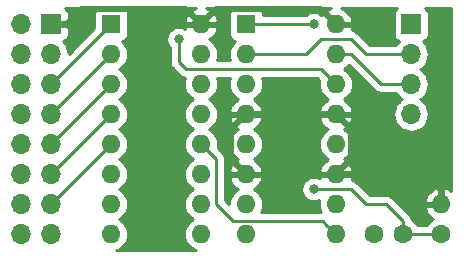
<source format=gbl>
G04 #@! TF.GenerationSoftware,KiCad,Pcbnew,(5.1.2-1)-1*
G04 #@! TF.CreationDate,2023-07-30T19:19:47+02:00*
G04 #@! TF.ProjectId,nanoLink,6e616e6f-4c69-46e6-9b2e-6b696361645f,rev?*
G04 #@! TF.SameCoordinates,Original*
G04 #@! TF.FileFunction,Copper,L2,Bot*
G04 #@! TF.FilePolarity,Positive*
%FSLAX46Y46*%
G04 Gerber Fmt 4.6, Leading zero omitted, Abs format (unit mm)*
G04 Created by KiCad (PCBNEW (5.1.2-1)-1) date 2023-07-30 19:19:47*
%MOMM*%
%LPD*%
G04 APERTURE LIST*
%ADD10O,1.600000X1.600000*%
%ADD11C,1.600000*%
%ADD12R,1.600000X1.600000*%
%ADD13O,1.700000X1.700000*%
%ADD14R,1.700000X1.700000*%
%ADD15C,0.800000*%
%ADD16C,0.250000*%
%ADD17C,0.500000*%
%ADD18C,0.254000*%
G04 APERTURE END LIST*
D10*
X48260000Y-27940000D03*
D11*
X48260000Y-30480000D03*
D10*
X39355000Y-12700000D03*
X31735000Y-30480000D03*
X39355000Y-15240000D03*
X31735000Y-27940000D03*
X39355000Y-17780000D03*
X31735000Y-25400000D03*
X39355000Y-20320000D03*
X31735000Y-22860000D03*
X39355000Y-22860000D03*
X31735000Y-20320000D03*
X39355000Y-25400000D03*
X31735000Y-17780000D03*
X39355000Y-27940000D03*
X31735000Y-15240000D03*
X39355000Y-30480000D03*
D12*
X31735000Y-12700000D03*
D10*
X27940000Y-12700000D03*
X20320000Y-30480000D03*
X27940000Y-15240000D03*
X20320000Y-27940000D03*
X27940000Y-17780000D03*
X20320000Y-25400000D03*
X27940000Y-20320000D03*
X20320000Y-22860000D03*
X27940000Y-22860000D03*
X20320000Y-20320000D03*
X27940000Y-25400000D03*
X20320000Y-17780000D03*
X27940000Y-27940000D03*
X20320000Y-15240000D03*
X27940000Y-30480000D03*
D12*
X20320000Y-12700000D03*
D11*
X45045000Y-30480000D03*
X42545000Y-30480000D03*
D13*
X45720000Y-20320000D03*
X45720000Y-17780000D03*
X45720000Y-15240000D03*
D14*
X45720000Y-12700000D03*
D13*
X12700000Y-30480000D03*
X15240000Y-30480000D03*
X12700000Y-27940000D03*
X15240000Y-27940000D03*
X12700000Y-25400000D03*
X15240000Y-25400000D03*
X12700000Y-22860000D03*
X15240000Y-22860000D03*
X12700000Y-20320000D03*
X15240000Y-20320000D03*
X12700000Y-17780000D03*
X15240000Y-17780000D03*
X12700000Y-15240000D03*
X15240000Y-15240000D03*
X12700000Y-12700000D03*
D14*
X15240000Y-12700000D03*
D15*
X37465000Y-26670000D03*
X37465000Y-12700000D03*
X26035000Y-13970000D03*
D16*
X45045000Y-30480000D02*
X48260000Y-30480000D01*
X45045000Y-29348630D02*
X43636370Y-27940000D01*
X45045000Y-30480000D02*
X45045000Y-29348630D01*
X43636370Y-27940000D02*
X41910000Y-27940000D01*
X41910000Y-27940000D02*
X40640000Y-26670000D01*
X40640000Y-26670000D02*
X38100000Y-26670000D01*
X38100000Y-26670000D02*
X37465000Y-26670000D01*
X37465000Y-12700000D02*
X31735000Y-12700000D01*
X15240000Y-27940000D02*
X20320000Y-22860000D01*
X15240000Y-25400000D02*
X20320000Y-20320000D01*
X15240000Y-22860000D02*
X20320000Y-17780000D01*
X15240000Y-20320000D02*
X20320000Y-15240000D01*
X15240000Y-17780000D02*
X20320000Y-12700000D01*
X26670000Y-16510000D02*
X38085000Y-16510000D01*
X38085000Y-16510000D02*
X39355000Y-17780000D01*
X26035000Y-15875000D02*
X26670000Y-16510000D01*
X26035000Y-13970000D02*
X26035000Y-15875000D01*
D17*
X31735000Y-20337000D02*
X39355000Y-20337000D01*
X48260000Y-26704000D02*
X48260000Y-27940000D01*
X46973000Y-25417000D02*
X48260000Y-26704000D01*
X39355000Y-25417000D02*
X46973000Y-25417000D01*
X17780000Y-11510000D02*
X16590000Y-12700000D01*
X17780000Y-11430000D02*
X17780000Y-11510000D01*
X26670000Y-11430000D02*
X17780000Y-11430000D01*
X16590000Y-12700000D02*
X15240000Y-12700000D01*
X27940000Y-12700000D02*
X26670000Y-11430000D01*
X38085000Y-11430000D02*
X39355000Y-12700000D01*
X29210000Y-11430000D02*
X38085000Y-11430000D01*
X27940000Y-12700000D02*
X29210000Y-11430000D01*
X31735000Y-20320000D02*
X30480000Y-21575000D01*
X30480000Y-24145000D02*
X31735000Y-25400000D01*
X30480000Y-21575000D02*
X30480000Y-24145000D01*
X39355000Y-20320000D02*
X40625000Y-21590000D01*
X40625000Y-24130000D02*
X39355000Y-25400000D01*
X40625000Y-21590000D02*
X40625000Y-24130000D01*
D16*
X39355000Y-15240000D02*
X40640000Y-15240000D01*
X40640000Y-15240000D02*
X43180000Y-17780000D01*
X43180000Y-17780000D02*
X45720000Y-17780000D01*
X31735000Y-15240000D02*
X36830000Y-15240000D01*
X36830000Y-15240000D02*
X38100000Y-13970000D01*
X38100000Y-13970000D02*
X40640000Y-13970000D01*
X40640000Y-13970000D02*
X41910000Y-15240000D01*
X41910000Y-15240000D02*
X45720000Y-15240000D01*
X27940000Y-22860000D02*
X29210000Y-24130000D01*
X29210000Y-24130000D02*
X29210000Y-27940000D01*
X38555001Y-29680001D02*
X39355000Y-30480000D01*
X30624999Y-29354999D02*
X38229999Y-29354999D01*
X38229999Y-29354999D02*
X38555001Y-29680001D01*
X29210000Y-27940000D02*
X30624999Y-29354999D01*
D18*
G36*
X27326119Y-11402930D02*
G01*
X27084869Y-11547615D01*
X26876481Y-11736586D01*
X26708963Y-11962580D01*
X26588754Y-12216913D01*
X26548096Y-12350961D01*
X26670085Y-12573000D01*
X27813000Y-12573000D01*
X27813000Y-12553000D01*
X28067000Y-12553000D01*
X28067000Y-12573000D01*
X29209915Y-12573000D01*
X29331904Y-12350961D01*
X29291246Y-12216913D01*
X29171037Y-11962580D01*
X29003519Y-11736586D01*
X28795131Y-11547615D01*
X28553881Y-11402930D01*
X28344637Y-11328000D01*
X30658077Y-11328000D01*
X30580506Y-11369463D01*
X30483815Y-11448815D01*
X30404463Y-11545506D01*
X30345498Y-11655820D01*
X30309188Y-11775518D01*
X30296928Y-11900000D01*
X30296928Y-13500000D01*
X30309188Y-13624482D01*
X30345498Y-13744180D01*
X30404463Y-13854494D01*
X30483815Y-13951185D01*
X30580506Y-14030537D01*
X30690820Y-14089502D01*
X30810518Y-14125812D01*
X30828482Y-14127581D01*
X30715392Y-14220392D01*
X30536068Y-14438899D01*
X30402818Y-14688192D01*
X30320764Y-14958691D01*
X30293057Y-15240000D01*
X30320764Y-15521309D01*
X30390136Y-15750000D01*
X29284864Y-15750000D01*
X29354236Y-15521309D01*
X29381943Y-15240000D01*
X29354236Y-14958691D01*
X29272182Y-14688192D01*
X29138932Y-14438899D01*
X28959608Y-14220392D01*
X28741101Y-14041068D01*
X28603318Y-13967421D01*
X28795131Y-13852385D01*
X29003519Y-13663414D01*
X29171037Y-13437420D01*
X29291246Y-13183087D01*
X29331904Y-13049039D01*
X29209915Y-12827000D01*
X28067000Y-12827000D01*
X28067000Y-12847000D01*
X27813000Y-12847000D01*
X27813000Y-12827000D01*
X26670085Y-12827000D01*
X26548096Y-13049039D01*
X26555330Y-13072890D01*
X26525256Y-13052795D01*
X26336898Y-12974774D01*
X26136939Y-12935000D01*
X25933061Y-12935000D01*
X25733102Y-12974774D01*
X25544744Y-13052795D01*
X25375226Y-13166063D01*
X25231063Y-13310226D01*
X25117795Y-13479744D01*
X25039774Y-13668102D01*
X25000000Y-13868061D01*
X25000000Y-14071939D01*
X25039774Y-14271898D01*
X25117795Y-14460256D01*
X25231063Y-14629774D01*
X25275000Y-14673711D01*
X25275001Y-15837668D01*
X25271324Y-15875000D01*
X25275001Y-15912333D01*
X25282553Y-15989003D01*
X25285998Y-16023985D01*
X25329454Y-16167246D01*
X25400026Y-16299276D01*
X25454592Y-16365764D01*
X25495000Y-16415001D01*
X25523998Y-16438799D01*
X26106200Y-17021002D01*
X26129999Y-17050001D01*
X26245724Y-17144974D01*
X26377753Y-17215546D01*
X26521014Y-17259003D01*
X26596225Y-17266411D01*
X26525764Y-17498691D01*
X26498057Y-17780000D01*
X26525764Y-18061309D01*
X26607818Y-18331808D01*
X26741068Y-18581101D01*
X26920392Y-18799608D01*
X27138899Y-18978932D01*
X27271858Y-19050000D01*
X27138899Y-19121068D01*
X26920392Y-19300392D01*
X26741068Y-19518899D01*
X26607818Y-19768192D01*
X26525764Y-20038691D01*
X26498057Y-20320000D01*
X26525764Y-20601309D01*
X26607818Y-20871808D01*
X26741068Y-21121101D01*
X26920392Y-21339608D01*
X27138899Y-21518932D01*
X27271858Y-21590000D01*
X27138899Y-21661068D01*
X26920392Y-21840392D01*
X26741068Y-22058899D01*
X26607818Y-22308192D01*
X26525764Y-22578691D01*
X26498057Y-22860000D01*
X26525764Y-23141309D01*
X26607818Y-23411808D01*
X26741068Y-23661101D01*
X26920392Y-23879608D01*
X27138899Y-24058932D01*
X27271858Y-24130000D01*
X27138899Y-24201068D01*
X26920392Y-24380392D01*
X26741068Y-24598899D01*
X26607818Y-24848192D01*
X26525764Y-25118691D01*
X26498057Y-25400000D01*
X26525764Y-25681309D01*
X26607818Y-25951808D01*
X26741068Y-26201101D01*
X26920392Y-26419608D01*
X27138899Y-26598932D01*
X27271858Y-26670000D01*
X27138899Y-26741068D01*
X26920392Y-26920392D01*
X26741068Y-27138899D01*
X26607818Y-27388192D01*
X26525764Y-27658691D01*
X26498057Y-27940000D01*
X26525764Y-28221309D01*
X26607818Y-28491808D01*
X26741068Y-28741101D01*
X26920392Y-28959608D01*
X27138899Y-29138932D01*
X27271858Y-29210000D01*
X27138899Y-29281068D01*
X26920392Y-29460392D01*
X26741068Y-29678899D01*
X26607818Y-29928192D01*
X26525764Y-30198691D01*
X26498057Y-30480000D01*
X26525764Y-30761309D01*
X26607818Y-31031808D01*
X26741068Y-31281101D01*
X26920392Y-31499608D01*
X27138899Y-31678932D01*
X27388192Y-31812182D01*
X27519456Y-31852000D01*
X20740544Y-31852000D01*
X20871808Y-31812182D01*
X21121101Y-31678932D01*
X21339608Y-31499608D01*
X21518932Y-31281101D01*
X21652182Y-31031808D01*
X21734236Y-30761309D01*
X21761943Y-30480000D01*
X21734236Y-30198691D01*
X21652182Y-29928192D01*
X21518932Y-29678899D01*
X21339608Y-29460392D01*
X21121101Y-29281068D01*
X20988142Y-29210000D01*
X21121101Y-29138932D01*
X21339608Y-28959608D01*
X21518932Y-28741101D01*
X21652182Y-28491808D01*
X21734236Y-28221309D01*
X21761943Y-27940000D01*
X21734236Y-27658691D01*
X21652182Y-27388192D01*
X21518932Y-27138899D01*
X21339608Y-26920392D01*
X21121101Y-26741068D01*
X20988142Y-26670000D01*
X21121101Y-26598932D01*
X21339608Y-26419608D01*
X21518932Y-26201101D01*
X21652182Y-25951808D01*
X21734236Y-25681309D01*
X21761943Y-25400000D01*
X21734236Y-25118691D01*
X21652182Y-24848192D01*
X21518932Y-24598899D01*
X21339608Y-24380392D01*
X21121101Y-24201068D01*
X20988142Y-24130000D01*
X21121101Y-24058932D01*
X21339608Y-23879608D01*
X21518932Y-23661101D01*
X21652182Y-23411808D01*
X21734236Y-23141309D01*
X21761943Y-22860000D01*
X21734236Y-22578691D01*
X21652182Y-22308192D01*
X21518932Y-22058899D01*
X21339608Y-21840392D01*
X21121101Y-21661068D01*
X20988142Y-21590000D01*
X21121101Y-21518932D01*
X21339608Y-21339608D01*
X21518932Y-21121101D01*
X21652182Y-20871808D01*
X21734236Y-20601309D01*
X21761943Y-20320000D01*
X21734236Y-20038691D01*
X21652182Y-19768192D01*
X21518932Y-19518899D01*
X21339608Y-19300392D01*
X21121101Y-19121068D01*
X20988142Y-19050000D01*
X21121101Y-18978932D01*
X21339608Y-18799608D01*
X21518932Y-18581101D01*
X21652182Y-18331808D01*
X21734236Y-18061309D01*
X21761943Y-17780000D01*
X21734236Y-17498691D01*
X21652182Y-17228192D01*
X21518932Y-16978899D01*
X21339608Y-16760392D01*
X21121101Y-16581068D01*
X20988142Y-16510000D01*
X21121101Y-16438932D01*
X21339608Y-16259608D01*
X21518932Y-16041101D01*
X21652182Y-15791808D01*
X21734236Y-15521309D01*
X21761943Y-15240000D01*
X21734236Y-14958691D01*
X21652182Y-14688192D01*
X21518932Y-14438899D01*
X21339608Y-14220392D01*
X21226518Y-14127581D01*
X21244482Y-14125812D01*
X21364180Y-14089502D01*
X21474494Y-14030537D01*
X21571185Y-13951185D01*
X21650537Y-13854494D01*
X21709502Y-13744180D01*
X21745812Y-13624482D01*
X21758072Y-13500000D01*
X21758072Y-11900000D01*
X21745812Y-11775518D01*
X21709502Y-11655820D01*
X21650537Y-11545506D01*
X21571185Y-11448815D01*
X21474494Y-11369463D01*
X21396923Y-11328000D01*
X27535363Y-11328000D01*
X27326119Y-11402930D01*
X27326119Y-11402930D01*
G37*
X27326119Y-11402930D02*
X27084869Y-11547615D01*
X26876481Y-11736586D01*
X26708963Y-11962580D01*
X26588754Y-12216913D01*
X26548096Y-12350961D01*
X26670085Y-12573000D01*
X27813000Y-12573000D01*
X27813000Y-12553000D01*
X28067000Y-12553000D01*
X28067000Y-12573000D01*
X29209915Y-12573000D01*
X29331904Y-12350961D01*
X29291246Y-12216913D01*
X29171037Y-11962580D01*
X29003519Y-11736586D01*
X28795131Y-11547615D01*
X28553881Y-11402930D01*
X28344637Y-11328000D01*
X30658077Y-11328000D01*
X30580506Y-11369463D01*
X30483815Y-11448815D01*
X30404463Y-11545506D01*
X30345498Y-11655820D01*
X30309188Y-11775518D01*
X30296928Y-11900000D01*
X30296928Y-13500000D01*
X30309188Y-13624482D01*
X30345498Y-13744180D01*
X30404463Y-13854494D01*
X30483815Y-13951185D01*
X30580506Y-14030537D01*
X30690820Y-14089502D01*
X30810518Y-14125812D01*
X30828482Y-14127581D01*
X30715392Y-14220392D01*
X30536068Y-14438899D01*
X30402818Y-14688192D01*
X30320764Y-14958691D01*
X30293057Y-15240000D01*
X30320764Y-15521309D01*
X30390136Y-15750000D01*
X29284864Y-15750000D01*
X29354236Y-15521309D01*
X29381943Y-15240000D01*
X29354236Y-14958691D01*
X29272182Y-14688192D01*
X29138932Y-14438899D01*
X28959608Y-14220392D01*
X28741101Y-14041068D01*
X28603318Y-13967421D01*
X28795131Y-13852385D01*
X29003519Y-13663414D01*
X29171037Y-13437420D01*
X29291246Y-13183087D01*
X29331904Y-13049039D01*
X29209915Y-12827000D01*
X28067000Y-12827000D01*
X28067000Y-12847000D01*
X27813000Y-12847000D01*
X27813000Y-12827000D01*
X26670085Y-12827000D01*
X26548096Y-13049039D01*
X26555330Y-13072890D01*
X26525256Y-13052795D01*
X26336898Y-12974774D01*
X26136939Y-12935000D01*
X25933061Y-12935000D01*
X25733102Y-12974774D01*
X25544744Y-13052795D01*
X25375226Y-13166063D01*
X25231063Y-13310226D01*
X25117795Y-13479744D01*
X25039774Y-13668102D01*
X25000000Y-13868061D01*
X25000000Y-14071939D01*
X25039774Y-14271898D01*
X25117795Y-14460256D01*
X25231063Y-14629774D01*
X25275000Y-14673711D01*
X25275001Y-15837668D01*
X25271324Y-15875000D01*
X25275001Y-15912333D01*
X25282553Y-15989003D01*
X25285998Y-16023985D01*
X25329454Y-16167246D01*
X25400026Y-16299276D01*
X25454592Y-16365764D01*
X25495000Y-16415001D01*
X25523998Y-16438799D01*
X26106200Y-17021002D01*
X26129999Y-17050001D01*
X26245724Y-17144974D01*
X26377753Y-17215546D01*
X26521014Y-17259003D01*
X26596225Y-17266411D01*
X26525764Y-17498691D01*
X26498057Y-17780000D01*
X26525764Y-18061309D01*
X26607818Y-18331808D01*
X26741068Y-18581101D01*
X26920392Y-18799608D01*
X27138899Y-18978932D01*
X27271858Y-19050000D01*
X27138899Y-19121068D01*
X26920392Y-19300392D01*
X26741068Y-19518899D01*
X26607818Y-19768192D01*
X26525764Y-20038691D01*
X26498057Y-20320000D01*
X26525764Y-20601309D01*
X26607818Y-20871808D01*
X26741068Y-21121101D01*
X26920392Y-21339608D01*
X27138899Y-21518932D01*
X27271858Y-21590000D01*
X27138899Y-21661068D01*
X26920392Y-21840392D01*
X26741068Y-22058899D01*
X26607818Y-22308192D01*
X26525764Y-22578691D01*
X26498057Y-22860000D01*
X26525764Y-23141309D01*
X26607818Y-23411808D01*
X26741068Y-23661101D01*
X26920392Y-23879608D01*
X27138899Y-24058932D01*
X27271858Y-24130000D01*
X27138899Y-24201068D01*
X26920392Y-24380392D01*
X26741068Y-24598899D01*
X26607818Y-24848192D01*
X26525764Y-25118691D01*
X26498057Y-25400000D01*
X26525764Y-25681309D01*
X26607818Y-25951808D01*
X26741068Y-26201101D01*
X26920392Y-26419608D01*
X27138899Y-26598932D01*
X27271858Y-26670000D01*
X27138899Y-26741068D01*
X26920392Y-26920392D01*
X26741068Y-27138899D01*
X26607818Y-27388192D01*
X26525764Y-27658691D01*
X26498057Y-27940000D01*
X26525764Y-28221309D01*
X26607818Y-28491808D01*
X26741068Y-28741101D01*
X26920392Y-28959608D01*
X27138899Y-29138932D01*
X27271858Y-29210000D01*
X27138899Y-29281068D01*
X26920392Y-29460392D01*
X26741068Y-29678899D01*
X26607818Y-29928192D01*
X26525764Y-30198691D01*
X26498057Y-30480000D01*
X26525764Y-30761309D01*
X26607818Y-31031808D01*
X26741068Y-31281101D01*
X26920392Y-31499608D01*
X27138899Y-31678932D01*
X27388192Y-31812182D01*
X27519456Y-31852000D01*
X20740544Y-31852000D01*
X20871808Y-31812182D01*
X21121101Y-31678932D01*
X21339608Y-31499608D01*
X21518932Y-31281101D01*
X21652182Y-31031808D01*
X21734236Y-30761309D01*
X21761943Y-30480000D01*
X21734236Y-30198691D01*
X21652182Y-29928192D01*
X21518932Y-29678899D01*
X21339608Y-29460392D01*
X21121101Y-29281068D01*
X20988142Y-29210000D01*
X21121101Y-29138932D01*
X21339608Y-28959608D01*
X21518932Y-28741101D01*
X21652182Y-28491808D01*
X21734236Y-28221309D01*
X21761943Y-27940000D01*
X21734236Y-27658691D01*
X21652182Y-27388192D01*
X21518932Y-27138899D01*
X21339608Y-26920392D01*
X21121101Y-26741068D01*
X20988142Y-26670000D01*
X21121101Y-26598932D01*
X21339608Y-26419608D01*
X21518932Y-26201101D01*
X21652182Y-25951808D01*
X21734236Y-25681309D01*
X21761943Y-25400000D01*
X21734236Y-25118691D01*
X21652182Y-24848192D01*
X21518932Y-24598899D01*
X21339608Y-24380392D01*
X21121101Y-24201068D01*
X20988142Y-24130000D01*
X21121101Y-24058932D01*
X21339608Y-23879608D01*
X21518932Y-23661101D01*
X21652182Y-23411808D01*
X21734236Y-23141309D01*
X21761943Y-22860000D01*
X21734236Y-22578691D01*
X21652182Y-22308192D01*
X21518932Y-22058899D01*
X21339608Y-21840392D01*
X21121101Y-21661068D01*
X20988142Y-21590000D01*
X21121101Y-21518932D01*
X21339608Y-21339608D01*
X21518932Y-21121101D01*
X21652182Y-20871808D01*
X21734236Y-20601309D01*
X21761943Y-20320000D01*
X21734236Y-20038691D01*
X21652182Y-19768192D01*
X21518932Y-19518899D01*
X21339608Y-19300392D01*
X21121101Y-19121068D01*
X20988142Y-19050000D01*
X21121101Y-18978932D01*
X21339608Y-18799608D01*
X21518932Y-18581101D01*
X21652182Y-18331808D01*
X21734236Y-18061309D01*
X21761943Y-17780000D01*
X21734236Y-17498691D01*
X21652182Y-17228192D01*
X21518932Y-16978899D01*
X21339608Y-16760392D01*
X21121101Y-16581068D01*
X20988142Y-16510000D01*
X21121101Y-16438932D01*
X21339608Y-16259608D01*
X21518932Y-16041101D01*
X21652182Y-15791808D01*
X21734236Y-15521309D01*
X21761943Y-15240000D01*
X21734236Y-14958691D01*
X21652182Y-14688192D01*
X21518932Y-14438899D01*
X21339608Y-14220392D01*
X21226518Y-14127581D01*
X21244482Y-14125812D01*
X21364180Y-14089502D01*
X21474494Y-14030537D01*
X21571185Y-13951185D01*
X21650537Y-13854494D01*
X21709502Y-13744180D01*
X21745812Y-13624482D01*
X21758072Y-13500000D01*
X21758072Y-11900000D01*
X21745812Y-11775518D01*
X21709502Y-11655820D01*
X21650537Y-11545506D01*
X21571185Y-11448815D01*
X21474494Y-11369463D01*
X21396923Y-11328000D01*
X27535363Y-11328000D01*
X27326119Y-11402930D01*
G36*
X49123513Y-11328666D02*
G01*
X49124000Y-11333301D01*
X49124001Y-26802791D01*
X48997420Y-26708963D01*
X48743087Y-26588754D01*
X48609039Y-26548096D01*
X48387000Y-26670085D01*
X48387000Y-27813000D01*
X48407000Y-27813000D01*
X48407000Y-28067000D01*
X48387000Y-28067000D01*
X48387000Y-28087000D01*
X48133000Y-28087000D01*
X48133000Y-28067000D01*
X46989376Y-28067000D01*
X46868091Y-28289040D01*
X46962930Y-28553881D01*
X47107615Y-28795131D01*
X47296586Y-29003519D01*
X47522580Y-29171037D01*
X47591565Y-29203643D01*
X47580273Y-29208320D01*
X47345241Y-29365363D01*
X47145363Y-29565241D01*
X47041957Y-29720000D01*
X46263043Y-29720000D01*
X46159637Y-29565241D01*
X45959759Y-29365363D01*
X45799798Y-29258481D01*
X45794003Y-29199644D01*
X45750546Y-29056383D01*
X45679974Y-28924354D01*
X45585001Y-28808629D01*
X45556003Y-28784831D01*
X44362132Y-27590960D01*
X46868091Y-27590960D01*
X46989376Y-27813000D01*
X48133000Y-27813000D01*
X48133000Y-26670085D01*
X47910961Y-26548096D01*
X47776913Y-26588754D01*
X47522580Y-26708963D01*
X47296586Y-26876481D01*
X47107615Y-27084869D01*
X46962930Y-27326119D01*
X46868091Y-27590960D01*
X44362132Y-27590960D01*
X44200174Y-27429003D01*
X44176371Y-27399999D01*
X44060646Y-27305026D01*
X43928617Y-27234454D01*
X43785356Y-27190997D01*
X43673703Y-27180000D01*
X43673692Y-27180000D01*
X43636370Y-27176324D01*
X43599048Y-27180000D01*
X42224802Y-27180000D01*
X41203804Y-26159003D01*
X41180001Y-26129999D01*
X41064276Y-26035026D01*
X40932247Y-25964454D01*
X40788986Y-25920997D01*
X40692805Y-25911524D01*
X40706246Y-25883087D01*
X40746904Y-25749039D01*
X40624915Y-25527000D01*
X39482000Y-25527000D01*
X39482000Y-25547000D01*
X39228000Y-25547000D01*
X39228000Y-25527000D01*
X38085085Y-25527000D01*
X37963096Y-25749039D01*
X37966518Y-25760320D01*
X37955256Y-25752795D01*
X37766898Y-25674774D01*
X37566939Y-25635000D01*
X37363061Y-25635000D01*
X37163102Y-25674774D01*
X36974744Y-25752795D01*
X36805226Y-25866063D01*
X36661063Y-26010226D01*
X36547795Y-26179744D01*
X36469774Y-26368102D01*
X36430000Y-26568061D01*
X36430000Y-26771939D01*
X36469774Y-26971898D01*
X36547795Y-27160256D01*
X36661063Y-27329774D01*
X36805226Y-27473937D01*
X36974744Y-27587205D01*
X37163102Y-27665226D01*
X37363061Y-27705000D01*
X37566939Y-27705000D01*
X37766898Y-27665226D01*
X37955256Y-27587205D01*
X37964277Y-27581177D01*
X37940764Y-27658691D01*
X37913057Y-27940000D01*
X37940764Y-28221309D01*
X38022818Y-28491808D01*
X38077975Y-28594999D01*
X33012025Y-28594999D01*
X33067182Y-28491808D01*
X33149236Y-28221309D01*
X33176943Y-27940000D01*
X33149236Y-27658691D01*
X33067182Y-27388192D01*
X32933932Y-27138899D01*
X32754608Y-26920392D01*
X32536101Y-26741068D01*
X32398318Y-26667421D01*
X32590131Y-26552385D01*
X32798519Y-26363414D01*
X32966037Y-26137420D01*
X33086246Y-25883087D01*
X33126904Y-25749039D01*
X33004915Y-25527000D01*
X31862000Y-25527000D01*
X31862000Y-25547000D01*
X31608000Y-25547000D01*
X31608000Y-25527000D01*
X30465085Y-25527000D01*
X30343096Y-25749039D01*
X30383754Y-25883087D01*
X30503963Y-26137420D01*
X30671481Y-26363414D01*
X30879869Y-26552385D01*
X31071682Y-26667421D01*
X30933899Y-26741068D01*
X30715392Y-26920392D01*
X30536068Y-27138899D01*
X30402818Y-27388192D01*
X30320764Y-27658691D01*
X30293057Y-27940000D01*
X30293959Y-27949158D01*
X29970000Y-27625199D01*
X29970000Y-24167322D01*
X29973676Y-24129999D01*
X29970000Y-24092676D01*
X29970000Y-24092667D01*
X29959003Y-23981014D01*
X29915546Y-23837753D01*
X29844974Y-23705724D01*
X29750001Y-23589999D01*
X29721004Y-23566202D01*
X29340708Y-23185906D01*
X29354236Y-23141309D01*
X29381943Y-22860000D01*
X30293057Y-22860000D01*
X30320764Y-23141309D01*
X30402818Y-23411808D01*
X30536068Y-23661101D01*
X30715392Y-23879608D01*
X30933899Y-24058932D01*
X31071682Y-24132579D01*
X30879869Y-24247615D01*
X30671481Y-24436586D01*
X30503963Y-24662580D01*
X30383754Y-24916913D01*
X30343096Y-25050961D01*
X30465085Y-25273000D01*
X31608000Y-25273000D01*
X31608000Y-25253000D01*
X31862000Y-25253000D01*
X31862000Y-25273000D01*
X33004915Y-25273000D01*
X33126904Y-25050961D01*
X33086246Y-24916913D01*
X32966037Y-24662580D01*
X32798519Y-24436586D01*
X32590131Y-24247615D01*
X32398318Y-24132579D01*
X32536101Y-24058932D01*
X32754608Y-23879608D01*
X32933932Y-23661101D01*
X33067182Y-23411808D01*
X33149236Y-23141309D01*
X33176943Y-22860000D01*
X37913057Y-22860000D01*
X37940764Y-23141309D01*
X38022818Y-23411808D01*
X38156068Y-23661101D01*
X38335392Y-23879608D01*
X38553899Y-24058932D01*
X38691682Y-24132579D01*
X38499869Y-24247615D01*
X38291481Y-24436586D01*
X38123963Y-24662580D01*
X38003754Y-24916913D01*
X37963096Y-25050961D01*
X38085085Y-25273000D01*
X39228000Y-25273000D01*
X39228000Y-25253000D01*
X39482000Y-25253000D01*
X39482000Y-25273000D01*
X40624915Y-25273000D01*
X40746904Y-25050961D01*
X40706246Y-24916913D01*
X40586037Y-24662580D01*
X40418519Y-24436586D01*
X40210131Y-24247615D01*
X40018318Y-24132579D01*
X40156101Y-24058932D01*
X40374608Y-23879608D01*
X40553932Y-23661101D01*
X40687182Y-23411808D01*
X40769236Y-23141309D01*
X40796943Y-22860000D01*
X40769236Y-22578691D01*
X40687182Y-22308192D01*
X40553932Y-22058899D01*
X40374608Y-21840392D01*
X40156101Y-21661068D01*
X40018318Y-21587421D01*
X40210131Y-21472385D01*
X40418519Y-21283414D01*
X40586037Y-21057420D01*
X40706246Y-20803087D01*
X40746904Y-20669039D01*
X40624915Y-20447000D01*
X39482000Y-20447000D01*
X39482000Y-20467000D01*
X39228000Y-20467000D01*
X39228000Y-20447000D01*
X38085085Y-20447000D01*
X37963096Y-20669039D01*
X38003754Y-20803087D01*
X38123963Y-21057420D01*
X38291481Y-21283414D01*
X38499869Y-21472385D01*
X38691682Y-21587421D01*
X38553899Y-21661068D01*
X38335392Y-21840392D01*
X38156068Y-22058899D01*
X38022818Y-22308192D01*
X37940764Y-22578691D01*
X37913057Y-22860000D01*
X33176943Y-22860000D01*
X33149236Y-22578691D01*
X33067182Y-22308192D01*
X32933932Y-22058899D01*
X32754608Y-21840392D01*
X32536101Y-21661068D01*
X32398318Y-21587421D01*
X32590131Y-21472385D01*
X32798519Y-21283414D01*
X32966037Y-21057420D01*
X33086246Y-20803087D01*
X33126904Y-20669039D01*
X33004915Y-20447000D01*
X31862000Y-20447000D01*
X31862000Y-20467000D01*
X31608000Y-20467000D01*
X31608000Y-20447000D01*
X30465085Y-20447000D01*
X30343096Y-20669039D01*
X30383754Y-20803087D01*
X30503963Y-21057420D01*
X30671481Y-21283414D01*
X30879869Y-21472385D01*
X31071682Y-21587421D01*
X30933899Y-21661068D01*
X30715392Y-21840392D01*
X30536068Y-22058899D01*
X30402818Y-22308192D01*
X30320764Y-22578691D01*
X30293057Y-22860000D01*
X29381943Y-22860000D01*
X29354236Y-22578691D01*
X29272182Y-22308192D01*
X29138932Y-22058899D01*
X28959608Y-21840392D01*
X28741101Y-21661068D01*
X28608142Y-21590000D01*
X28741101Y-21518932D01*
X28959608Y-21339608D01*
X29138932Y-21121101D01*
X29272182Y-20871808D01*
X29354236Y-20601309D01*
X29381943Y-20320000D01*
X29354236Y-20038691D01*
X29272182Y-19768192D01*
X29138932Y-19518899D01*
X28959608Y-19300392D01*
X28741101Y-19121068D01*
X28608142Y-19050000D01*
X28741101Y-18978932D01*
X28959608Y-18799608D01*
X29138932Y-18581101D01*
X29272182Y-18331808D01*
X29354236Y-18061309D01*
X29381943Y-17780000D01*
X29354236Y-17498691D01*
X29284864Y-17270000D01*
X30390136Y-17270000D01*
X30320764Y-17498691D01*
X30293057Y-17780000D01*
X30320764Y-18061309D01*
X30402818Y-18331808D01*
X30536068Y-18581101D01*
X30715392Y-18799608D01*
X30933899Y-18978932D01*
X31071682Y-19052579D01*
X30879869Y-19167615D01*
X30671481Y-19356586D01*
X30503963Y-19582580D01*
X30383754Y-19836913D01*
X30343096Y-19970961D01*
X30465085Y-20193000D01*
X31608000Y-20193000D01*
X31608000Y-20173000D01*
X31862000Y-20173000D01*
X31862000Y-20193000D01*
X33004915Y-20193000D01*
X33126904Y-19970961D01*
X33086246Y-19836913D01*
X32966037Y-19582580D01*
X32798519Y-19356586D01*
X32590131Y-19167615D01*
X32398318Y-19052579D01*
X32536101Y-18978932D01*
X32754608Y-18799608D01*
X32933932Y-18581101D01*
X33067182Y-18331808D01*
X33149236Y-18061309D01*
X33176943Y-17780000D01*
X33149236Y-17498691D01*
X33079864Y-17270000D01*
X37770199Y-17270000D01*
X37954292Y-17454094D01*
X37940764Y-17498691D01*
X37913057Y-17780000D01*
X37940764Y-18061309D01*
X38022818Y-18331808D01*
X38156068Y-18581101D01*
X38335392Y-18799608D01*
X38553899Y-18978932D01*
X38691682Y-19052579D01*
X38499869Y-19167615D01*
X38291481Y-19356586D01*
X38123963Y-19582580D01*
X38003754Y-19836913D01*
X37963096Y-19970961D01*
X38085085Y-20193000D01*
X39228000Y-20193000D01*
X39228000Y-20173000D01*
X39482000Y-20173000D01*
X39482000Y-20193000D01*
X40624915Y-20193000D01*
X40746904Y-19970961D01*
X40706246Y-19836913D01*
X40586037Y-19582580D01*
X40418519Y-19356586D01*
X40210131Y-19167615D01*
X40018318Y-19052579D01*
X40156101Y-18978932D01*
X40374608Y-18799608D01*
X40553932Y-18581101D01*
X40687182Y-18331808D01*
X40769236Y-18061309D01*
X40796943Y-17780000D01*
X40769236Y-17498691D01*
X40687182Y-17228192D01*
X40553932Y-16978899D01*
X40374608Y-16760392D01*
X40156101Y-16581068D01*
X40023142Y-16510000D01*
X40156101Y-16438932D01*
X40374608Y-16259608D01*
X40469356Y-16144157D01*
X42616205Y-18291008D01*
X42639999Y-18320001D01*
X42668992Y-18343795D01*
X42668996Y-18343799D01*
X42739685Y-18401811D01*
X42755724Y-18414974D01*
X42887753Y-18485546D01*
X43031014Y-18529003D01*
X43142667Y-18540000D01*
X43142676Y-18540000D01*
X43179999Y-18543676D01*
X43217322Y-18540000D01*
X44442405Y-18540000D01*
X44479294Y-18609014D01*
X44664866Y-18835134D01*
X44890986Y-19020706D01*
X44945791Y-19050000D01*
X44890986Y-19079294D01*
X44664866Y-19264866D01*
X44479294Y-19490986D01*
X44341401Y-19748966D01*
X44256487Y-20028889D01*
X44227815Y-20320000D01*
X44256487Y-20611111D01*
X44341401Y-20891034D01*
X44479294Y-21149014D01*
X44664866Y-21375134D01*
X44890986Y-21560706D01*
X45148966Y-21698599D01*
X45428889Y-21783513D01*
X45647050Y-21805000D01*
X45792950Y-21805000D01*
X46011111Y-21783513D01*
X46291034Y-21698599D01*
X46549014Y-21560706D01*
X46775134Y-21375134D01*
X46960706Y-21149014D01*
X47098599Y-20891034D01*
X47183513Y-20611111D01*
X47212185Y-20320000D01*
X47183513Y-20028889D01*
X47098599Y-19748966D01*
X46960706Y-19490986D01*
X46775134Y-19264866D01*
X46549014Y-19079294D01*
X46494209Y-19050000D01*
X46549014Y-19020706D01*
X46775134Y-18835134D01*
X46960706Y-18609014D01*
X47098599Y-18351034D01*
X47183513Y-18071111D01*
X47212185Y-17780000D01*
X47183513Y-17488889D01*
X47098599Y-17208966D01*
X46960706Y-16950986D01*
X46775134Y-16724866D01*
X46549014Y-16539294D01*
X46494209Y-16510000D01*
X46549014Y-16480706D01*
X46775134Y-16295134D01*
X46960706Y-16069014D01*
X47098599Y-15811034D01*
X47183513Y-15531111D01*
X47212185Y-15240000D01*
X47183513Y-14948889D01*
X47098599Y-14668966D01*
X46960706Y-14410986D01*
X46775134Y-14184866D01*
X46745313Y-14160393D01*
X46814180Y-14139502D01*
X46924494Y-14080537D01*
X47021185Y-14001185D01*
X47100537Y-13904494D01*
X47159502Y-13794180D01*
X47195812Y-13674482D01*
X47208072Y-13550000D01*
X47208072Y-11850000D01*
X47195812Y-11725518D01*
X47159502Y-11605820D01*
X47100537Y-11495506D01*
X47021185Y-11398815D01*
X46934896Y-11328000D01*
X49116725Y-11328000D01*
X49123513Y-11328666D01*
X49123513Y-11328666D01*
G37*
X49123513Y-11328666D02*
X49124000Y-11333301D01*
X49124001Y-26802791D01*
X48997420Y-26708963D01*
X48743087Y-26588754D01*
X48609039Y-26548096D01*
X48387000Y-26670085D01*
X48387000Y-27813000D01*
X48407000Y-27813000D01*
X48407000Y-28067000D01*
X48387000Y-28067000D01*
X48387000Y-28087000D01*
X48133000Y-28087000D01*
X48133000Y-28067000D01*
X46989376Y-28067000D01*
X46868091Y-28289040D01*
X46962930Y-28553881D01*
X47107615Y-28795131D01*
X47296586Y-29003519D01*
X47522580Y-29171037D01*
X47591565Y-29203643D01*
X47580273Y-29208320D01*
X47345241Y-29365363D01*
X47145363Y-29565241D01*
X47041957Y-29720000D01*
X46263043Y-29720000D01*
X46159637Y-29565241D01*
X45959759Y-29365363D01*
X45799798Y-29258481D01*
X45794003Y-29199644D01*
X45750546Y-29056383D01*
X45679974Y-28924354D01*
X45585001Y-28808629D01*
X45556003Y-28784831D01*
X44362132Y-27590960D01*
X46868091Y-27590960D01*
X46989376Y-27813000D01*
X48133000Y-27813000D01*
X48133000Y-26670085D01*
X47910961Y-26548096D01*
X47776913Y-26588754D01*
X47522580Y-26708963D01*
X47296586Y-26876481D01*
X47107615Y-27084869D01*
X46962930Y-27326119D01*
X46868091Y-27590960D01*
X44362132Y-27590960D01*
X44200174Y-27429003D01*
X44176371Y-27399999D01*
X44060646Y-27305026D01*
X43928617Y-27234454D01*
X43785356Y-27190997D01*
X43673703Y-27180000D01*
X43673692Y-27180000D01*
X43636370Y-27176324D01*
X43599048Y-27180000D01*
X42224802Y-27180000D01*
X41203804Y-26159003D01*
X41180001Y-26129999D01*
X41064276Y-26035026D01*
X40932247Y-25964454D01*
X40788986Y-25920997D01*
X40692805Y-25911524D01*
X40706246Y-25883087D01*
X40746904Y-25749039D01*
X40624915Y-25527000D01*
X39482000Y-25527000D01*
X39482000Y-25547000D01*
X39228000Y-25547000D01*
X39228000Y-25527000D01*
X38085085Y-25527000D01*
X37963096Y-25749039D01*
X37966518Y-25760320D01*
X37955256Y-25752795D01*
X37766898Y-25674774D01*
X37566939Y-25635000D01*
X37363061Y-25635000D01*
X37163102Y-25674774D01*
X36974744Y-25752795D01*
X36805226Y-25866063D01*
X36661063Y-26010226D01*
X36547795Y-26179744D01*
X36469774Y-26368102D01*
X36430000Y-26568061D01*
X36430000Y-26771939D01*
X36469774Y-26971898D01*
X36547795Y-27160256D01*
X36661063Y-27329774D01*
X36805226Y-27473937D01*
X36974744Y-27587205D01*
X37163102Y-27665226D01*
X37363061Y-27705000D01*
X37566939Y-27705000D01*
X37766898Y-27665226D01*
X37955256Y-27587205D01*
X37964277Y-27581177D01*
X37940764Y-27658691D01*
X37913057Y-27940000D01*
X37940764Y-28221309D01*
X38022818Y-28491808D01*
X38077975Y-28594999D01*
X33012025Y-28594999D01*
X33067182Y-28491808D01*
X33149236Y-28221309D01*
X33176943Y-27940000D01*
X33149236Y-27658691D01*
X33067182Y-27388192D01*
X32933932Y-27138899D01*
X32754608Y-26920392D01*
X32536101Y-26741068D01*
X32398318Y-26667421D01*
X32590131Y-26552385D01*
X32798519Y-26363414D01*
X32966037Y-26137420D01*
X33086246Y-25883087D01*
X33126904Y-25749039D01*
X33004915Y-25527000D01*
X31862000Y-25527000D01*
X31862000Y-25547000D01*
X31608000Y-25547000D01*
X31608000Y-25527000D01*
X30465085Y-25527000D01*
X30343096Y-25749039D01*
X30383754Y-25883087D01*
X30503963Y-26137420D01*
X30671481Y-26363414D01*
X30879869Y-26552385D01*
X31071682Y-26667421D01*
X30933899Y-26741068D01*
X30715392Y-26920392D01*
X30536068Y-27138899D01*
X30402818Y-27388192D01*
X30320764Y-27658691D01*
X30293057Y-27940000D01*
X30293959Y-27949158D01*
X29970000Y-27625199D01*
X29970000Y-24167322D01*
X29973676Y-24129999D01*
X29970000Y-24092676D01*
X29970000Y-24092667D01*
X29959003Y-23981014D01*
X29915546Y-23837753D01*
X29844974Y-23705724D01*
X29750001Y-23589999D01*
X29721004Y-23566202D01*
X29340708Y-23185906D01*
X29354236Y-23141309D01*
X29381943Y-22860000D01*
X30293057Y-22860000D01*
X30320764Y-23141309D01*
X30402818Y-23411808D01*
X30536068Y-23661101D01*
X30715392Y-23879608D01*
X30933899Y-24058932D01*
X31071682Y-24132579D01*
X30879869Y-24247615D01*
X30671481Y-24436586D01*
X30503963Y-24662580D01*
X30383754Y-24916913D01*
X30343096Y-25050961D01*
X30465085Y-25273000D01*
X31608000Y-25273000D01*
X31608000Y-25253000D01*
X31862000Y-25253000D01*
X31862000Y-25273000D01*
X33004915Y-25273000D01*
X33126904Y-25050961D01*
X33086246Y-24916913D01*
X32966037Y-24662580D01*
X32798519Y-24436586D01*
X32590131Y-24247615D01*
X32398318Y-24132579D01*
X32536101Y-24058932D01*
X32754608Y-23879608D01*
X32933932Y-23661101D01*
X33067182Y-23411808D01*
X33149236Y-23141309D01*
X33176943Y-22860000D01*
X37913057Y-22860000D01*
X37940764Y-23141309D01*
X38022818Y-23411808D01*
X38156068Y-23661101D01*
X38335392Y-23879608D01*
X38553899Y-24058932D01*
X38691682Y-24132579D01*
X38499869Y-24247615D01*
X38291481Y-24436586D01*
X38123963Y-24662580D01*
X38003754Y-24916913D01*
X37963096Y-25050961D01*
X38085085Y-25273000D01*
X39228000Y-25273000D01*
X39228000Y-25253000D01*
X39482000Y-25253000D01*
X39482000Y-25273000D01*
X40624915Y-25273000D01*
X40746904Y-25050961D01*
X40706246Y-24916913D01*
X40586037Y-24662580D01*
X40418519Y-24436586D01*
X40210131Y-24247615D01*
X40018318Y-24132579D01*
X40156101Y-24058932D01*
X40374608Y-23879608D01*
X40553932Y-23661101D01*
X40687182Y-23411808D01*
X40769236Y-23141309D01*
X40796943Y-22860000D01*
X40769236Y-22578691D01*
X40687182Y-22308192D01*
X40553932Y-22058899D01*
X40374608Y-21840392D01*
X40156101Y-21661068D01*
X40018318Y-21587421D01*
X40210131Y-21472385D01*
X40418519Y-21283414D01*
X40586037Y-21057420D01*
X40706246Y-20803087D01*
X40746904Y-20669039D01*
X40624915Y-20447000D01*
X39482000Y-20447000D01*
X39482000Y-20467000D01*
X39228000Y-20467000D01*
X39228000Y-20447000D01*
X38085085Y-20447000D01*
X37963096Y-20669039D01*
X38003754Y-20803087D01*
X38123963Y-21057420D01*
X38291481Y-21283414D01*
X38499869Y-21472385D01*
X38691682Y-21587421D01*
X38553899Y-21661068D01*
X38335392Y-21840392D01*
X38156068Y-22058899D01*
X38022818Y-22308192D01*
X37940764Y-22578691D01*
X37913057Y-22860000D01*
X33176943Y-22860000D01*
X33149236Y-22578691D01*
X33067182Y-22308192D01*
X32933932Y-22058899D01*
X32754608Y-21840392D01*
X32536101Y-21661068D01*
X32398318Y-21587421D01*
X32590131Y-21472385D01*
X32798519Y-21283414D01*
X32966037Y-21057420D01*
X33086246Y-20803087D01*
X33126904Y-20669039D01*
X33004915Y-20447000D01*
X31862000Y-20447000D01*
X31862000Y-20467000D01*
X31608000Y-20467000D01*
X31608000Y-20447000D01*
X30465085Y-20447000D01*
X30343096Y-20669039D01*
X30383754Y-20803087D01*
X30503963Y-21057420D01*
X30671481Y-21283414D01*
X30879869Y-21472385D01*
X31071682Y-21587421D01*
X30933899Y-21661068D01*
X30715392Y-21840392D01*
X30536068Y-22058899D01*
X30402818Y-22308192D01*
X30320764Y-22578691D01*
X30293057Y-22860000D01*
X29381943Y-22860000D01*
X29354236Y-22578691D01*
X29272182Y-22308192D01*
X29138932Y-22058899D01*
X28959608Y-21840392D01*
X28741101Y-21661068D01*
X28608142Y-21590000D01*
X28741101Y-21518932D01*
X28959608Y-21339608D01*
X29138932Y-21121101D01*
X29272182Y-20871808D01*
X29354236Y-20601309D01*
X29381943Y-20320000D01*
X29354236Y-20038691D01*
X29272182Y-19768192D01*
X29138932Y-19518899D01*
X28959608Y-19300392D01*
X28741101Y-19121068D01*
X28608142Y-19050000D01*
X28741101Y-18978932D01*
X28959608Y-18799608D01*
X29138932Y-18581101D01*
X29272182Y-18331808D01*
X29354236Y-18061309D01*
X29381943Y-17780000D01*
X29354236Y-17498691D01*
X29284864Y-17270000D01*
X30390136Y-17270000D01*
X30320764Y-17498691D01*
X30293057Y-17780000D01*
X30320764Y-18061309D01*
X30402818Y-18331808D01*
X30536068Y-18581101D01*
X30715392Y-18799608D01*
X30933899Y-18978932D01*
X31071682Y-19052579D01*
X30879869Y-19167615D01*
X30671481Y-19356586D01*
X30503963Y-19582580D01*
X30383754Y-19836913D01*
X30343096Y-19970961D01*
X30465085Y-20193000D01*
X31608000Y-20193000D01*
X31608000Y-20173000D01*
X31862000Y-20173000D01*
X31862000Y-20193000D01*
X33004915Y-20193000D01*
X33126904Y-19970961D01*
X33086246Y-19836913D01*
X32966037Y-19582580D01*
X32798519Y-19356586D01*
X32590131Y-19167615D01*
X32398318Y-19052579D01*
X32536101Y-18978932D01*
X32754608Y-18799608D01*
X32933932Y-18581101D01*
X33067182Y-18331808D01*
X33149236Y-18061309D01*
X33176943Y-17780000D01*
X33149236Y-17498691D01*
X33079864Y-17270000D01*
X37770199Y-17270000D01*
X37954292Y-17454094D01*
X37940764Y-17498691D01*
X37913057Y-17780000D01*
X37940764Y-18061309D01*
X38022818Y-18331808D01*
X38156068Y-18581101D01*
X38335392Y-18799608D01*
X38553899Y-18978932D01*
X38691682Y-19052579D01*
X38499869Y-19167615D01*
X38291481Y-19356586D01*
X38123963Y-19582580D01*
X38003754Y-19836913D01*
X37963096Y-19970961D01*
X38085085Y-20193000D01*
X39228000Y-20193000D01*
X39228000Y-20173000D01*
X39482000Y-20173000D01*
X39482000Y-20193000D01*
X40624915Y-20193000D01*
X40746904Y-19970961D01*
X40706246Y-19836913D01*
X40586037Y-19582580D01*
X40418519Y-19356586D01*
X40210131Y-19167615D01*
X40018318Y-19052579D01*
X40156101Y-18978932D01*
X40374608Y-18799608D01*
X40553932Y-18581101D01*
X40687182Y-18331808D01*
X40769236Y-18061309D01*
X40796943Y-17780000D01*
X40769236Y-17498691D01*
X40687182Y-17228192D01*
X40553932Y-16978899D01*
X40374608Y-16760392D01*
X40156101Y-16581068D01*
X40023142Y-16510000D01*
X40156101Y-16438932D01*
X40374608Y-16259608D01*
X40469356Y-16144157D01*
X42616205Y-18291008D01*
X42639999Y-18320001D01*
X42668992Y-18343795D01*
X42668996Y-18343799D01*
X42739685Y-18401811D01*
X42755724Y-18414974D01*
X42887753Y-18485546D01*
X43031014Y-18529003D01*
X43142667Y-18540000D01*
X43142676Y-18540000D01*
X43179999Y-18543676D01*
X43217322Y-18540000D01*
X44442405Y-18540000D01*
X44479294Y-18609014D01*
X44664866Y-18835134D01*
X44890986Y-19020706D01*
X44945791Y-19050000D01*
X44890986Y-19079294D01*
X44664866Y-19264866D01*
X44479294Y-19490986D01*
X44341401Y-19748966D01*
X44256487Y-20028889D01*
X44227815Y-20320000D01*
X44256487Y-20611111D01*
X44341401Y-20891034D01*
X44479294Y-21149014D01*
X44664866Y-21375134D01*
X44890986Y-21560706D01*
X45148966Y-21698599D01*
X45428889Y-21783513D01*
X45647050Y-21805000D01*
X45792950Y-21805000D01*
X46011111Y-21783513D01*
X46291034Y-21698599D01*
X46549014Y-21560706D01*
X46775134Y-21375134D01*
X46960706Y-21149014D01*
X47098599Y-20891034D01*
X47183513Y-20611111D01*
X47212185Y-20320000D01*
X47183513Y-20028889D01*
X47098599Y-19748966D01*
X46960706Y-19490986D01*
X46775134Y-19264866D01*
X46549014Y-19079294D01*
X46494209Y-19050000D01*
X46549014Y-19020706D01*
X46775134Y-18835134D01*
X46960706Y-18609014D01*
X47098599Y-18351034D01*
X47183513Y-18071111D01*
X47212185Y-17780000D01*
X47183513Y-17488889D01*
X47098599Y-17208966D01*
X46960706Y-16950986D01*
X46775134Y-16724866D01*
X46549014Y-16539294D01*
X46494209Y-16510000D01*
X46549014Y-16480706D01*
X46775134Y-16295134D01*
X46960706Y-16069014D01*
X47098599Y-15811034D01*
X47183513Y-15531111D01*
X47212185Y-15240000D01*
X47183513Y-14948889D01*
X47098599Y-14668966D01*
X46960706Y-14410986D01*
X46775134Y-14184866D01*
X46745313Y-14160393D01*
X46814180Y-14139502D01*
X46924494Y-14080537D01*
X47021185Y-14001185D01*
X47100537Y-13904494D01*
X47159502Y-13794180D01*
X47195812Y-13674482D01*
X47208072Y-13550000D01*
X47208072Y-11850000D01*
X47195812Y-11725518D01*
X47159502Y-11605820D01*
X47100537Y-11495506D01*
X47021185Y-11398815D01*
X46934896Y-11328000D01*
X49116725Y-11328000D01*
X49123513Y-11328666D01*
G36*
X19165506Y-11369463D02*
G01*
X19068815Y-11448815D01*
X18989463Y-11545506D01*
X18930498Y-11655820D01*
X18894188Y-11775518D01*
X18881928Y-11900000D01*
X18881928Y-13063270D01*
X16729765Y-15215433D01*
X16703513Y-14948889D01*
X16618599Y-14668966D01*
X16480706Y-14410986D01*
X16295134Y-14184866D01*
X16265313Y-14160393D01*
X16334180Y-14139502D01*
X16444494Y-14080537D01*
X16541185Y-14001185D01*
X16620537Y-13904494D01*
X16679502Y-13794180D01*
X16715812Y-13674482D01*
X16728072Y-13550000D01*
X16725000Y-12985750D01*
X16566250Y-12827000D01*
X15367000Y-12827000D01*
X15367000Y-12847000D01*
X15113000Y-12847000D01*
X15113000Y-12827000D01*
X15093000Y-12827000D01*
X15093000Y-12573000D01*
X15113000Y-12573000D01*
X15113000Y-12553000D01*
X15367000Y-12553000D01*
X15367000Y-12573000D01*
X16566250Y-12573000D01*
X16725000Y-12414250D01*
X16728072Y-11850000D01*
X16715812Y-11725518D01*
X16679502Y-11605820D01*
X16620537Y-11495506D01*
X16541185Y-11398815D01*
X16454896Y-11328000D01*
X19243077Y-11328000D01*
X19165506Y-11369463D01*
X19165506Y-11369463D01*
G37*
X19165506Y-11369463D02*
X19068815Y-11448815D01*
X18989463Y-11545506D01*
X18930498Y-11655820D01*
X18894188Y-11775518D01*
X18881928Y-11900000D01*
X18881928Y-13063270D01*
X16729765Y-15215433D01*
X16703513Y-14948889D01*
X16618599Y-14668966D01*
X16480706Y-14410986D01*
X16295134Y-14184866D01*
X16265313Y-14160393D01*
X16334180Y-14139502D01*
X16444494Y-14080537D01*
X16541185Y-14001185D01*
X16620537Y-13904494D01*
X16679502Y-13794180D01*
X16715812Y-13674482D01*
X16728072Y-13550000D01*
X16725000Y-12985750D01*
X16566250Y-12827000D01*
X15367000Y-12827000D01*
X15367000Y-12847000D01*
X15113000Y-12847000D01*
X15113000Y-12827000D01*
X15093000Y-12827000D01*
X15093000Y-12573000D01*
X15113000Y-12573000D01*
X15113000Y-12553000D01*
X15367000Y-12553000D01*
X15367000Y-12573000D01*
X16566250Y-12573000D01*
X16725000Y-12414250D01*
X16728072Y-11850000D01*
X16715812Y-11725518D01*
X16679502Y-11605820D01*
X16620537Y-11495506D01*
X16541185Y-11398815D01*
X16454896Y-11328000D01*
X19243077Y-11328000D01*
X19165506Y-11369463D01*
G36*
X44418815Y-11398815D02*
G01*
X44339463Y-11495506D01*
X44280498Y-11605820D01*
X44244188Y-11725518D01*
X44231928Y-11850000D01*
X44231928Y-13550000D01*
X44244188Y-13674482D01*
X44280498Y-13794180D01*
X44339463Y-13904494D01*
X44418815Y-14001185D01*
X44515506Y-14080537D01*
X44625820Y-14139502D01*
X44694687Y-14160393D01*
X44664866Y-14184866D01*
X44479294Y-14410986D01*
X44442405Y-14480000D01*
X42224802Y-14480000D01*
X41203804Y-13459003D01*
X41180001Y-13429999D01*
X41064276Y-13335026D01*
X40932247Y-13264454D01*
X40788986Y-13220997D01*
X40692805Y-13211524D01*
X40706246Y-13183087D01*
X40746904Y-13049039D01*
X40624915Y-12827000D01*
X39482000Y-12827000D01*
X39482000Y-12847000D01*
X39228000Y-12847000D01*
X39228000Y-12827000D01*
X39208000Y-12827000D01*
X39208000Y-12573000D01*
X39228000Y-12573000D01*
X39228000Y-12553000D01*
X39482000Y-12553000D01*
X39482000Y-12573000D01*
X40624915Y-12573000D01*
X40746904Y-12350961D01*
X40706246Y-12216913D01*
X40586037Y-11962580D01*
X40418519Y-11736586D01*
X40210131Y-11547615D01*
X39968881Y-11402930D01*
X39759637Y-11328000D01*
X44505104Y-11328000D01*
X44418815Y-11398815D01*
X44418815Y-11398815D01*
G37*
X44418815Y-11398815D02*
X44339463Y-11495506D01*
X44280498Y-11605820D01*
X44244188Y-11725518D01*
X44231928Y-11850000D01*
X44231928Y-13550000D01*
X44244188Y-13674482D01*
X44280498Y-13794180D01*
X44339463Y-13904494D01*
X44418815Y-14001185D01*
X44515506Y-14080537D01*
X44625820Y-14139502D01*
X44694687Y-14160393D01*
X44664866Y-14184866D01*
X44479294Y-14410986D01*
X44442405Y-14480000D01*
X42224802Y-14480000D01*
X41203804Y-13459003D01*
X41180001Y-13429999D01*
X41064276Y-13335026D01*
X40932247Y-13264454D01*
X40788986Y-13220997D01*
X40692805Y-13211524D01*
X40706246Y-13183087D01*
X40746904Y-13049039D01*
X40624915Y-12827000D01*
X39482000Y-12827000D01*
X39482000Y-12847000D01*
X39228000Y-12847000D01*
X39228000Y-12827000D01*
X39208000Y-12827000D01*
X39208000Y-12573000D01*
X39228000Y-12573000D01*
X39228000Y-12553000D01*
X39482000Y-12553000D01*
X39482000Y-12573000D01*
X40624915Y-12573000D01*
X40746904Y-12350961D01*
X40706246Y-12216913D01*
X40586037Y-11962580D01*
X40418519Y-11736586D01*
X40210131Y-11547615D01*
X39968881Y-11402930D01*
X39759637Y-11328000D01*
X44505104Y-11328000D01*
X44418815Y-11398815D01*
G36*
X38741119Y-11402930D02*
G01*
X38499869Y-11547615D01*
X38291481Y-11736586D01*
X38152625Y-11923914D01*
X38124774Y-11896063D01*
X37955256Y-11782795D01*
X37766898Y-11704774D01*
X37566939Y-11665000D01*
X37363061Y-11665000D01*
X37163102Y-11704774D01*
X36974744Y-11782795D01*
X36805226Y-11896063D01*
X36761289Y-11940000D01*
X33173072Y-11940000D01*
X33173072Y-11900000D01*
X33160812Y-11775518D01*
X33124502Y-11655820D01*
X33065537Y-11545506D01*
X32986185Y-11448815D01*
X32889494Y-11369463D01*
X32811923Y-11328000D01*
X38950363Y-11328000D01*
X38741119Y-11402930D01*
X38741119Y-11402930D01*
G37*
X38741119Y-11402930D02*
X38499869Y-11547615D01*
X38291481Y-11736586D01*
X38152625Y-11923914D01*
X38124774Y-11896063D01*
X37955256Y-11782795D01*
X37766898Y-11704774D01*
X37566939Y-11665000D01*
X37363061Y-11665000D01*
X37163102Y-11704774D01*
X36974744Y-11782795D01*
X36805226Y-11896063D01*
X36761289Y-11940000D01*
X33173072Y-11940000D01*
X33173072Y-11900000D01*
X33160812Y-11775518D01*
X33124502Y-11655820D01*
X33065537Y-11545506D01*
X32986185Y-11448815D01*
X32889494Y-11369463D01*
X32811923Y-11328000D01*
X38950363Y-11328000D01*
X38741119Y-11402930D01*
M02*

</source>
